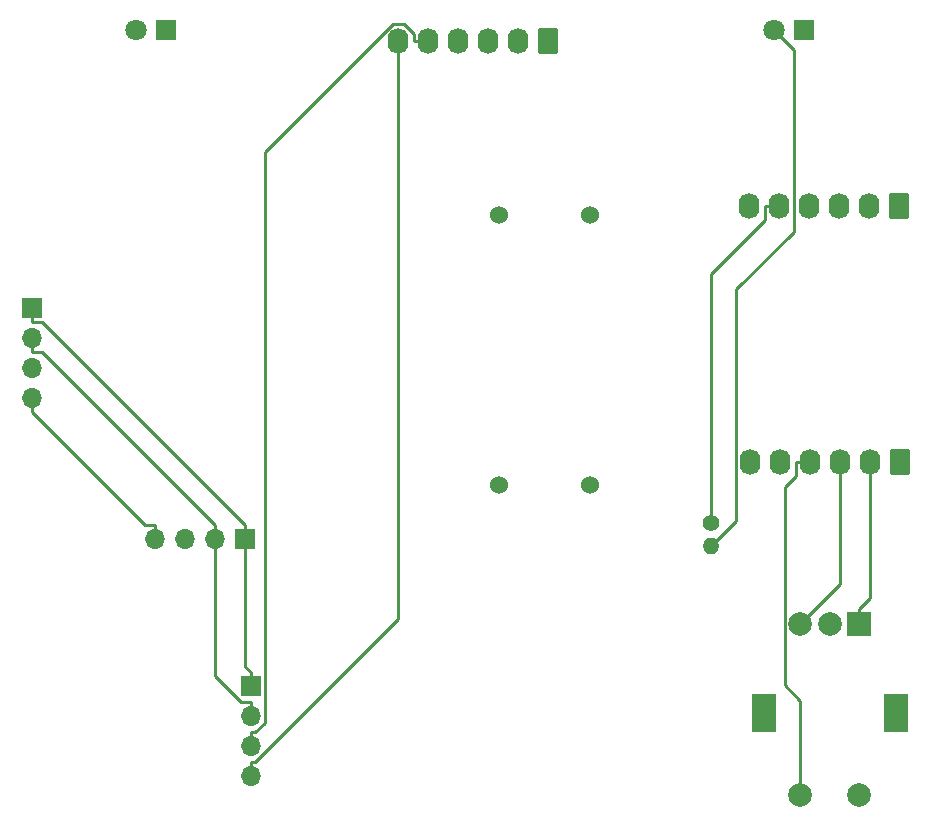
<source format=gbr>
%TF.GenerationSoftware,KiCad,Pcbnew,(6.0.7-1)-1*%
%TF.CreationDate,2023-11-13T05:52:03+10:00*%
%TF.ProjectId,Simmeters Large Guage Replacement,53696d6d-6574-4657-9273-204c61726765,rev?*%
%TF.SameCoordinates,Original*%
%TF.FileFunction,Copper,L1,Top*%
%TF.FilePolarity,Positive*%
%FSLAX46Y46*%
G04 Gerber Fmt 4.6, Leading zero omitted, Abs format (unit mm)*
G04 Created by KiCad (PCBNEW (6.0.7-1)-1) date 2023-11-13 05:52:03*
%MOMM*%
%LPD*%
G01*
G04 APERTURE LIST*
G04 Aperture macros list*
%AMRoundRect*
0 Rectangle with rounded corners*
0 $1 Rounding radius*
0 $2 $3 $4 $5 $6 $7 $8 $9 X,Y pos of 4 corners*
0 Add a 4 corners polygon primitive as box body*
4,1,4,$2,$3,$4,$5,$6,$7,$8,$9,$2,$3,0*
0 Add four circle primitives for the rounded corners*
1,1,$1+$1,$2,$3*
1,1,$1+$1,$4,$5*
1,1,$1+$1,$6,$7*
1,1,$1+$1,$8,$9*
0 Add four rect primitives between the rounded corners*
20,1,$1+$1,$2,$3,$4,$5,0*
20,1,$1+$1,$4,$5,$6,$7,0*
20,1,$1+$1,$6,$7,$8,$9,0*
20,1,$1+$1,$8,$9,$2,$3,0*%
G04 Aperture macros list end*
%TA.AperFunction,ComponentPad*%
%ADD10RoundRect,0.250000X0.620000X0.845000X-0.620000X0.845000X-0.620000X-0.845000X0.620000X-0.845000X0*%
%TD*%
%TA.AperFunction,ComponentPad*%
%ADD11O,1.740000X2.190000*%
%TD*%
%TA.AperFunction,ComponentPad*%
%ADD12O,1.700000X1.700000*%
%TD*%
%TA.AperFunction,ComponentPad*%
%ADD13R,1.700000X1.700000*%
%TD*%
%TA.AperFunction,ComponentPad*%
%ADD14C,1.524000*%
%TD*%
%TA.AperFunction,ComponentPad*%
%ADD15R,2.000000X2.000000*%
%TD*%
%TA.AperFunction,ComponentPad*%
%ADD16C,2.000000*%
%TD*%
%TA.AperFunction,ComponentPad*%
%ADD17R,2.000000X3.200000*%
%TD*%
%TA.AperFunction,ComponentPad*%
%ADD18C,1.400000*%
%TD*%
%TA.AperFunction,ComponentPad*%
%ADD19O,1.400000X1.400000*%
%TD*%
%TA.AperFunction,ComponentPad*%
%ADD20R,1.800000X1.800000*%
%TD*%
%TA.AperFunction,ComponentPad*%
%ADD21C,1.800000*%
%TD*%
%TA.AperFunction,Conductor*%
%ADD22C,0.250000*%
%TD*%
G04 APERTURE END LIST*
D10*
%TO.P,J1,1,Pin_1*%
%TO.N,GND*%
X186673500Y-74674600D03*
D11*
%TO.P,J1,2,Pin_2*%
%TO.N,+3V3*%
X184133500Y-74674600D03*
%TO.P,J1,3,Pin_3*%
%TO.N,/SC0*%
X181593500Y-74674600D03*
%TO.P,J1,4,Pin_4*%
%TO.N,/SD0*%
X179053500Y-74674600D03*
%TO.P,J1,5,Pin_5*%
%TO.N,/SC1*%
X176513500Y-74674600D03*
%TO.P,J1,6,Pin_6*%
%TO.N,/SD1*%
X173973500Y-74674600D03*
%TD*%
D12*
%TO.P,DS3,4,Pin_4*%
%TO.N,/SD1*%
X161502500Y-136914600D03*
%TO.P,DS3,3,Pin_3*%
%TO.N,/SC1*%
X161502500Y-134374600D03*
%TO.P,DS3,2,Pin_2*%
%TO.N,+3V3*%
X161502500Y-131834600D03*
D13*
%TO.P,DS3,1,Pin_1*%
%TO.N,GND*%
X161502500Y-129294600D03*
%TD*%
D12*
%TO.P,DS2,4,Pin_4*%
%TO.N,/SD0*%
X153399500Y-116838600D03*
%TO.P,DS2,3,Pin_3*%
%TO.N,/SC0*%
X155939500Y-116838600D03*
%TO.P,DS2,2,Pin_2*%
%TO.N,+3V3*%
X158479500Y-116838600D03*
D13*
%TO.P,DS2,1,Pin_1*%
%TO.N,GND*%
X161019500Y-116838600D03*
%TD*%
D12*
%TO.P,DS1,4,Pin_4*%
%TO.N,/SD0*%
X142985500Y-104900600D03*
%TO.P,DS1,3,Pin_3*%
%TO.N,/SC0*%
X142985500Y-102360600D03*
%TO.P,DS1,2,Pin_2*%
%TO.N,+3V3*%
X142985500Y-99820600D03*
D13*
%TO.P,DS1,1,Pin_1*%
%TO.N,GND*%
X142985500Y-97280600D03*
%TD*%
D14*
%TO.P,M1,4*%
%TO.N,/COIL4*%
X190245100Y-112269600D03*
%TO.P,M1,3*%
%TO.N,/COIL3*%
X182545100Y-112269600D03*
%TO.P,M1,2,-*%
%TO.N,/COIL2*%
X182545100Y-89419600D03*
%TO.P,M1,1*%
%TO.N,/COIL1*%
X190245100Y-89419600D03*
%TD*%
D15*
%TO.P,SW1,A,A*%
%TO.N,/ENCODER-A*%
X213015500Y-124054600D03*
D16*
%TO.P,SW1,B,B*%
%TO.N,/ENCODER B*%
X208015500Y-124054600D03*
%TO.P,SW1,C,C*%
%TO.N,/ENCORDER GND*%
X210515500Y-124054600D03*
D17*
%TO.P,SW1,MP*%
%TO.N,N/C*%
X216115500Y-131554600D03*
X204915500Y-131554600D03*
D16*
%TO.P,SW1,S1,S1*%
%TO.N,/ROW*%
X208015500Y-138554600D03*
%TO.P,SW1,S2,S2*%
%TO.N,/COL*%
X213015500Y-138554600D03*
%TD*%
D18*
%TO.P,R1,1*%
%TO.N,/BACKLIGHT_+12V*%
X200485500Y-115494600D03*
D19*
%TO.P,R1,2*%
%TO.N,Net-(D1-Pad2)*%
X200485500Y-117394600D03*
%TD*%
D10*
%TO.P,J2,1,Pin_1*%
%TO.N,/COIL1*%
X216391500Y-88664600D03*
D11*
%TO.P,J2,2,Pin_2*%
%TO.N,/COIL2*%
X213851500Y-88664600D03*
%TO.P,J2,3,Pin_3*%
%TO.N,/COIL3*%
X211311500Y-88664600D03*
%TO.P,J2,4,Pin_4*%
%TO.N,/COIL4*%
X208771500Y-88664600D03*
%TO.P,J2,5,Pin_5*%
%TO.N,/BACKLIGHT_+12V*%
X206231500Y-88664600D03*
%TO.P,J2,6,Pin_6*%
%TO.N,/BACKLIGHT_GND*%
X203691500Y-88664600D03*
%TD*%
D20*
%TO.P,D2,1,K*%
%TO.N,/BACKLIGHT_GND*%
X154290500Y-73774600D03*
D21*
%TO.P,D2,2,A*%
%TO.N,Net-(D1-Pad1)*%
X151750500Y-73774600D03*
%TD*%
D10*
%TO.P,J3,1,Pin_1*%
%TO.N,/ENCORDER GND*%
X216485500Y-110284600D03*
D11*
%TO.P,J3,2,Pin_2*%
%TO.N,/ENCODER-A*%
X213945500Y-110284600D03*
%TO.P,J3,3,Pin_3*%
%TO.N,/ENCODER B*%
X211405500Y-110284600D03*
%TO.P,J3,4,Pin_4*%
%TO.N,/ROW*%
X208865500Y-110284600D03*
%TO.P,J3,5,Pin_5*%
%TO.N,/COL*%
X206325500Y-110284600D03*
%TO.P,J3,6,Pin_6*%
%TO.N,unconnected-(J3-Pad6)*%
X203785500Y-110284600D03*
%TD*%
D20*
%TO.P,D1,1,K*%
%TO.N,Net-(D1-Pad1)*%
X208290500Y-73774600D03*
D21*
%TO.P,D1,2,A*%
%TO.N,Net-(D1-Pad2)*%
X205750500Y-73774600D03*
%TD*%
D22*
%TO.N,/SD1*%
X173973500Y-123635600D02*
X173973500Y-74674600D01*
X161869800Y-135739300D02*
X173973500Y-123635600D01*
X161502500Y-135739300D02*
X161869800Y-135739300D01*
X161502500Y-136914600D02*
X161502500Y-135739300D01*
%TO.N,/SC1*%
X175318200Y-74077000D02*
X175318200Y-74674600D01*
X174469200Y-73228000D02*
X175318200Y-74077000D01*
X173502600Y-73228000D02*
X174469200Y-73228000D01*
X162677800Y-84052800D02*
X173502600Y-73228000D01*
X162677800Y-132391400D02*
X162677800Y-84052800D01*
X161869900Y-133199300D02*
X162677800Y-132391400D01*
X161502500Y-133199300D02*
X161869900Y-133199300D01*
X161502500Y-134374600D02*
X161502500Y-133199300D01*
X176513500Y-74674600D02*
X175318200Y-74674600D01*
%TO.N,/SD0*%
X152572900Y-115663300D02*
X153399500Y-115663300D01*
X142985500Y-106075900D02*
X152572900Y-115663300D01*
X142985500Y-104900600D02*
X142985500Y-106075900D01*
X153399500Y-116838600D02*
X153399500Y-115663300D01*
%TO.N,+3V3*%
X160694500Y-130659300D02*
X161502500Y-130659300D01*
X158479500Y-128444300D02*
X160694500Y-130659300D01*
X158479500Y-116838600D02*
X158479500Y-128444300D01*
X161502500Y-131834600D02*
X161502500Y-130659300D01*
X143812100Y-100995900D02*
X158479500Y-115663300D01*
X142985500Y-100995900D02*
X143812100Y-100995900D01*
X142985500Y-99820600D02*
X142985500Y-100995900D01*
X158479500Y-116838600D02*
X158479500Y-115663300D01*
%TO.N,GND*%
X161019500Y-127636300D02*
X161502500Y-128119300D01*
X161019500Y-116838600D02*
X161019500Y-127636300D01*
X161502500Y-129294600D02*
X161502500Y-128119300D01*
X143812100Y-98455900D02*
X161019500Y-115663300D01*
X142985500Y-98455900D02*
X143812100Y-98455900D01*
X142985500Y-97280600D02*
X142985500Y-98455900D01*
X161019500Y-116838600D02*
X161019500Y-115663300D01*
%TO.N,/ROW*%
X208865500Y-110284600D02*
X207670200Y-110284600D01*
X207670200Y-111479900D02*
X207670200Y-110284600D01*
X206684500Y-112465600D02*
X207670200Y-111479900D01*
X206684500Y-129217400D02*
X206684500Y-112465600D01*
X208015500Y-130548400D02*
X206684500Y-129217400D01*
X208015500Y-138554600D02*
X208015500Y-130548400D01*
%TO.N,/ENCODER B*%
X211405500Y-120664600D02*
X208015500Y-124054600D01*
X211405500Y-110284600D02*
X211405500Y-120664600D01*
%TO.N,/ENCODER-A*%
X213945500Y-121799300D02*
X213015500Y-122729300D01*
X213945500Y-110284600D02*
X213945500Y-121799300D01*
X213015500Y-124054600D02*
X213015500Y-122729300D01*
%TO.N,/BACKLIGHT_+12V*%
X200485500Y-94410600D02*
X200485500Y-115494600D01*
X205036200Y-89859900D02*
X200485500Y-94410600D01*
X205036200Y-88664600D02*
X205036200Y-89859900D01*
X206231500Y-88664600D02*
X205036200Y-88664600D01*
%TO.N,Net-(D1-Pad2)*%
X207446900Y-75471000D02*
X205750500Y-73774600D01*
X207446900Y-90830800D02*
X207446900Y-75471000D01*
X202590100Y-95687600D02*
X207446900Y-90830800D01*
X202590100Y-115290000D02*
X202590100Y-95687600D01*
X200485500Y-117394600D02*
X202590100Y-115290000D01*
%TD*%
M02*

</source>
